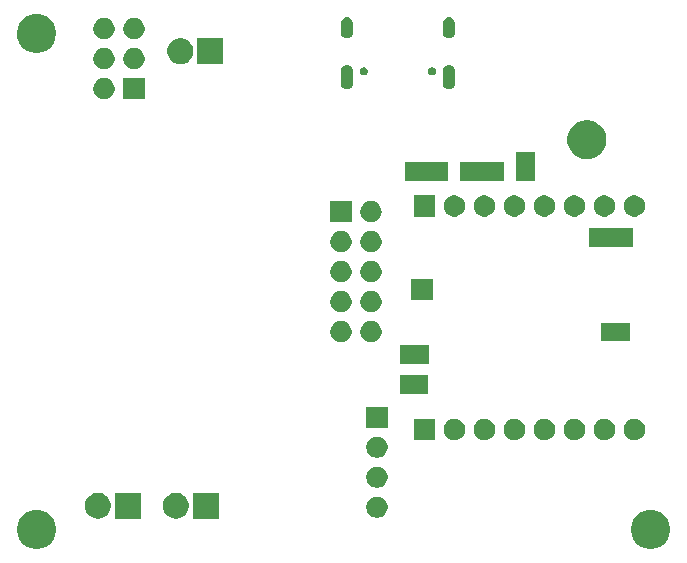
<source format=gbr>
G04 #@! TF.GenerationSoftware,KiCad,Pcbnew,(5.1.5)-2*
G04 #@! TF.CreationDate,2021-03-13T02:14:36+01:00*
G04 #@! TF.ProjectId,Versie1,56657273-6965-4312-9e6b-696361645f70,rev?*
G04 #@! TF.SameCoordinates,Original*
G04 #@! TF.FileFunction,Soldermask,Bot*
G04 #@! TF.FilePolarity,Negative*
%FSLAX46Y46*%
G04 Gerber Fmt 4.6, Leading zero omitted, Abs format (unit mm)*
G04 Created by KiCad (PCBNEW (5.1.5)-2) date 2021-03-13 02:14:36*
%MOMM*%
%LPD*%
G04 APERTURE LIST*
%ADD10C,0.100000*%
G04 APERTURE END LIST*
D10*
G36*
X115375256Y-118391298D02*
G01*
X115481579Y-118412447D01*
X115782042Y-118536903D01*
X116052451Y-118717585D01*
X116282415Y-118947549D01*
X116463097Y-119217958D01*
X116587553Y-119518421D01*
X116651000Y-119837391D01*
X116651000Y-120162609D01*
X116587553Y-120481579D01*
X116463097Y-120782042D01*
X116282415Y-121052451D01*
X116052451Y-121282415D01*
X115782042Y-121463097D01*
X115481579Y-121587553D01*
X115375256Y-121608702D01*
X115162611Y-121651000D01*
X114837389Y-121651000D01*
X114624744Y-121608702D01*
X114518421Y-121587553D01*
X114217958Y-121463097D01*
X113947549Y-121282415D01*
X113717585Y-121052451D01*
X113536903Y-120782042D01*
X113412447Y-120481579D01*
X113349000Y-120162609D01*
X113349000Y-119837391D01*
X113412447Y-119518421D01*
X113536903Y-119217958D01*
X113717585Y-118947549D01*
X113947549Y-118717585D01*
X114217958Y-118536903D01*
X114518421Y-118412447D01*
X114624744Y-118391298D01*
X114837389Y-118349000D01*
X115162611Y-118349000D01*
X115375256Y-118391298D01*
G37*
G36*
X63375256Y-118391298D02*
G01*
X63481579Y-118412447D01*
X63782042Y-118536903D01*
X64052451Y-118717585D01*
X64282415Y-118947549D01*
X64463097Y-119217958D01*
X64587553Y-119518421D01*
X64651000Y-119837391D01*
X64651000Y-120162609D01*
X64587553Y-120481579D01*
X64463097Y-120782042D01*
X64282415Y-121052451D01*
X64052451Y-121282415D01*
X63782042Y-121463097D01*
X63481579Y-121587553D01*
X63375256Y-121608702D01*
X63162611Y-121651000D01*
X62837389Y-121651000D01*
X62624744Y-121608702D01*
X62518421Y-121587553D01*
X62217958Y-121463097D01*
X61947549Y-121282415D01*
X61717585Y-121052451D01*
X61536903Y-120782042D01*
X61412447Y-120481579D01*
X61349000Y-120162609D01*
X61349000Y-119837391D01*
X61412447Y-119518421D01*
X61536903Y-119217958D01*
X61717585Y-118947549D01*
X61947549Y-118717585D01*
X62217958Y-118536903D01*
X62518421Y-118412447D01*
X62624744Y-118391298D01*
X62837389Y-118349000D01*
X63162611Y-118349000D01*
X63375256Y-118391298D01*
G37*
G36*
X78444000Y-119084000D02*
G01*
X76242000Y-119084000D01*
X76242000Y-116882000D01*
X78444000Y-116882000D01*
X78444000Y-119084000D01*
G37*
G36*
X68413795Y-116903156D02*
G01*
X68520150Y-116924311D01*
X68720520Y-117007307D01*
X68900844Y-117127795D01*
X69054205Y-117281156D01*
X69174693Y-117461480D01*
X69174693Y-117461481D01*
X69257689Y-117661850D01*
X69300000Y-117874561D01*
X69300000Y-118091439D01*
X69257689Y-118304150D01*
X69229248Y-118372812D01*
X69174693Y-118504520D01*
X69054205Y-118684844D01*
X68900844Y-118838205D01*
X68720520Y-118958693D01*
X68677829Y-118976376D01*
X68520150Y-119041689D01*
X68413794Y-119062845D01*
X68307440Y-119084000D01*
X68090560Y-119084000D01*
X67984206Y-119062845D01*
X67877850Y-119041689D01*
X67720171Y-118976376D01*
X67677480Y-118958693D01*
X67497156Y-118838205D01*
X67343795Y-118684844D01*
X67223307Y-118504520D01*
X67168752Y-118372812D01*
X67140311Y-118304150D01*
X67098000Y-118091439D01*
X67098000Y-117874561D01*
X67140311Y-117661850D01*
X67223307Y-117461481D01*
X67223307Y-117461480D01*
X67343795Y-117281156D01*
X67497156Y-117127795D01*
X67677480Y-117007307D01*
X67877850Y-116924311D01*
X67984205Y-116903156D01*
X68090560Y-116882000D01*
X68307440Y-116882000D01*
X68413795Y-116903156D01*
G37*
G36*
X71840000Y-119084000D02*
G01*
X69638000Y-119084000D01*
X69638000Y-116882000D01*
X71840000Y-116882000D01*
X71840000Y-119084000D01*
G37*
G36*
X75017795Y-116903156D02*
G01*
X75124150Y-116924311D01*
X75324520Y-117007307D01*
X75504844Y-117127795D01*
X75658205Y-117281156D01*
X75778693Y-117461480D01*
X75778693Y-117461481D01*
X75861689Y-117661850D01*
X75904000Y-117874561D01*
X75904000Y-118091439D01*
X75861689Y-118304150D01*
X75833248Y-118372812D01*
X75778693Y-118504520D01*
X75658205Y-118684844D01*
X75504844Y-118838205D01*
X75324520Y-118958693D01*
X75281829Y-118976376D01*
X75124150Y-119041689D01*
X75017794Y-119062845D01*
X74911440Y-119084000D01*
X74694560Y-119084000D01*
X74588206Y-119062845D01*
X74481850Y-119041689D01*
X74324171Y-118976376D01*
X74281480Y-118958693D01*
X74101156Y-118838205D01*
X73947795Y-118684844D01*
X73827307Y-118504520D01*
X73772752Y-118372812D01*
X73744311Y-118304150D01*
X73702000Y-118091439D01*
X73702000Y-117874561D01*
X73744311Y-117661850D01*
X73827307Y-117461481D01*
X73827307Y-117461480D01*
X73947795Y-117281156D01*
X74101156Y-117127795D01*
X74281480Y-117007307D01*
X74481850Y-116924311D01*
X74588205Y-116903156D01*
X74694560Y-116882000D01*
X74911440Y-116882000D01*
X75017795Y-116903156D01*
G37*
G36*
X91934512Y-117213927D02*
G01*
X92083812Y-117243624D01*
X92247784Y-117311544D01*
X92395354Y-117410147D01*
X92520853Y-117535646D01*
X92619456Y-117683216D01*
X92687376Y-117847188D01*
X92722000Y-118021259D01*
X92722000Y-118198741D01*
X92687376Y-118372812D01*
X92619456Y-118536784D01*
X92520853Y-118684354D01*
X92395354Y-118809853D01*
X92247784Y-118908456D01*
X92083812Y-118976376D01*
X91934512Y-119006073D01*
X91909742Y-119011000D01*
X91732258Y-119011000D01*
X91707488Y-119006073D01*
X91558188Y-118976376D01*
X91394216Y-118908456D01*
X91246646Y-118809853D01*
X91121147Y-118684354D01*
X91022544Y-118536784D01*
X90954624Y-118372812D01*
X90920000Y-118198741D01*
X90920000Y-118021259D01*
X90954624Y-117847188D01*
X91022544Y-117683216D01*
X91121147Y-117535646D01*
X91246646Y-117410147D01*
X91394216Y-117311544D01*
X91558188Y-117243624D01*
X91707488Y-117213927D01*
X91732258Y-117209000D01*
X91909742Y-117209000D01*
X91934512Y-117213927D01*
G37*
G36*
X91934512Y-114673927D02*
G01*
X92083812Y-114703624D01*
X92247784Y-114771544D01*
X92395354Y-114870147D01*
X92520853Y-114995646D01*
X92619456Y-115143216D01*
X92687376Y-115307188D01*
X92722000Y-115481259D01*
X92722000Y-115658741D01*
X92687376Y-115832812D01*
X92619456Y-115996784D01*
X92520853Y-116144354D01*
X92395354Y-116269853D01*
X92247784Y-116368456D01*
X92083812Y-116436376D01*
X91934512Y-116466073D01*
X91909742Y-116471000D01*
X91732258Y-116471000D01*
X91707488Y-116466073D01*
X91558188Y-116436376D01*
X91394216Y-116368456D01*
X91246646Y-116269853D01*
X91121147Y-116144354D01*
X91022544Y-115996784D01*
X90954624Y-115832812D01*
X90920000Y-115658741D01*
X90920000Y-115481259D01*
X90954624Y-115307188D01*
X91022544Y-115143216D01*
X91121147Y-114995646D01*
X91246646Y-114870147D01*
X91394216Y-114771544D01*
X91558188Y-114703624D01*
X91707488Y-114673927D01*
X91732258Y-114669000D01*
X91909742Y-114669000D01*
X91934512Y-114673927D01*
G37*
G36*
X91934512Y-112133927D02*
G01*
X92083812Y-112163624D01*
X92247784Y-112231544D01*
X92395354Y-112330147D01*
X92520853Y-112455646D01*
X92619456Y-112603216D01*
X92687376Y-112767188D01*
X92722000Y-112941259D01*
X92722000Y-113118741D01*
X92687376Y-113292812D01*
X92619456Y-113456784D01*
X92520853Y-113604354D01*
X92395354Y-113729853D01*
X92247784Y-113828456D01*
X92083812Y-113896376D01*
X91934512Y-113926073D01*
X91909742Y-113931000D01*
X91732258Y-113931000D01*
X91707488Y-113926073D01*
X91558188Y-113896376D01*
X91394216Y-113828456D01*
X91246646Y-113729853D01*
X91121147Y-113604354D01*
X91022544Y-113456784D01*
X90954624Y-113292812D01*
X90920000Y-113118741D01*
X90920000Y-112941259D01*
X90954624Y-112767188D01*
X91022544Y-112603216D01*
X91121147Y-112455646D01*
X91246646Y-112330147D01*
X91394216Y-112231544D01*
X91558188Y-112163624D01*
X91707488Y-112133927D01*
X91732258Y-112129000D01*
X91909742Y-112129000D01*
X91934512Y-112133927D01*
G37*
G36*
X113728512Y-110640427D02*
G01*
X113877812Y-110670124D01*
X114041784Y-110738044D01*
X114189354Y-110836647D01*
X114314853Y-110962146D01*
X114413456Y-111109716D01*
X114481376Y-111273688D01*
X114516000Y-111447759D01*
X114516000Y-111625241D01*
X114481376Y-111799312D01*
X114413456Y-111963284D01*
X114314853Y-112110854D01*
X114189354Y-112236353D01*
X114041784Y-112334956D01*
X113877812Y-112402876D01*
X113728512Y-112432573D01*
X113703742Y-112437500D01*
X113526258Y-112437500D01*
X113501488Y-112432573D01*
X113352188Y-112402876D01*
X113188216Y-112334956D01*
X113040646Y-112236353D01*
X112915147Y-112110854D01*
X112816544Y-111963284D01*
X112748624Y-111799312D01*
X112714000Y-111625241D01*
X112714000Y-111447759D01*
X112748624Y-111273688D01*
X112816544Y-111109716D01*
X112915147Y-110962146D01*
X113040646Y-110836647D01*
X113188216Y-110738044D01*
X113352188Y-110670124D01*
X113501488Y-110640427D01*
X113526258Y-110635500D01*
X113703742Y-110635500D01*
X113728512Y-110640427D01*
G37*
G36*
X111188512Y-110640427D02*
G01*
X111337812Y-110670124D01*
X111501784Y-110738044D01*
X111649354Y-110836647D01*
X111774853Y-110962146D01*
X111873456Y-111109716D01*
X111941376Y-111273688D01*
X111976000Y-111447759D01*
X111976000Y-111625241D01*
X111941376Y-111799312D01*
X111873456Y-111963284D01*
X111774853Y-112110854D01*
X111649354Y-112236353D01*
X111501784Y-112334956D01*
X111337812Y-112402876D01*
X111188512Y-112432573D01*
X111163742Y-112437500D01*
X110986258Y-112437500D01*
X110961488Y-112432573D01*
X110812188Y-112402876D01*
X110648216Y-112334956D01*
X110500646Y-112236353D01*
X110375147Y-112110854D01*
X110276544Y-111963284D01*
X110208624Y-111799312D01*
X110174000Y-111625241D01*
X110174000Y-111447759D01*
X110208624Y-111273688D01*
X110276544Y-111109716D01*
X110375147Y-110962146D01*
X110500646Y-110836647D01*
X110648216Y-110738044D01*
X110812188Y-110670124D01*
X110961488Y-110640427D01*
X110986258Y-110635500D01*
X111163742Y-110635500D01*
X111188512Y-110640427D01*
G37*
G36*
X108648512Y-110640427D02*
G01*
X108797812Y-110670124D01*
X108961784Y-110738044D01*
X109109354Y-110836647D01*
X109234853Y-110962146D01*
X109333456Y-111109716D01*
X109401376Y-111273688D01*
X109436000Y-111447759D01*
X109436000Y-111625241D01*
X109401376Y-111799312D01*
X109333456Y-111963284D01*
X109234853Y-112110854D01*
X109109354Y-112236353D01*
X108961784Y-112334956D01*
X108797812Y-112402876D01*
X108648512Y-112432573D01*
X108623742Y-112437500D01*
X108446258Y-112437500D01*
X108421488Y-112432573D01*
X108272188Y-112402876D01*
X108108216Y-112334956D01*
X107960646Y-112236353D01*
X107835147Y-112110854D01*
X107736544Y-111963284D01*
X107668624Y-111799312D01*
X107634000Y-111625241D01*
X107634000Y-111447759D01*
X107668624Y-111273688D01*
X107736544Y-111109716D01*
X107835147Y-110962146D01*
X107960646Y-110836647D01*
X108108216Y-110738044D01*
X108272188Y-110670124D01*
X108421488Y-110640427D01*
X108446258Y-110635500D01*
X108623742Y-110635500D01*
X108648512Y-110640427D01*
G37*
G36*
X106108512Y-110640427D02*
G01*
X106257812Y-110670124D01*
X106421784Y-110738044D01*
X106569354Y-110836647D01*
X106694853Y-110962146D01*
X106793456Y-111109716D01*
X106861376Y-111273688D01*
X106896000Y-111447759D01*
X106896000Y-111625241D01*
X106861376Y-111799312D01*
X106793456Y-111963284D01*
X106694853Y-112110854D01*
X106569354Y-112236353D01*
X106421784Y-112334956D01*
X106257812Y-112402876D01*
X106108512Y-112432573D01*
X106083742Y-112437500D01*
X105906258Y-112437500D01*
X105881488Y-112432573D01*
X105732188Y-112402876D01*
X105568216Y-112334956D01*
X105420646Y-112236353D01*
X105295147Y-112110854D01*
X105196544Y-111963284D01*
X105128624Y-111799312D01*
X105094000Y-111625241D01*
X105094000Y-111447759D01*
X105128624Y-111273688D01*
X105196544Y-111109716D01*
X105295147Y-110962146D01*
X105420646Y-110836647D01*
X105568216Y-110738044D01*
X105732188Y-110670124D01*
X105881488Y-110640427D01*
X105906258Y-110635500D01*
X106083742Y-110635500D01*
X106108512Y-110640427D01*
G37*
G36*
X101028512Y-110640427D02*
G01*
X101177812Y-110670124D01*
X101341784Y-110738044D01*
X101489354Y-110836647D01*
X101614853Y-110962146D01*
X101713456Y-111109716D01*
X101781376Y-111273688D01*
X101816000Y-111447759D01*
X101816000Y-111625241D01*
X101781376Y-111799312D01*
X101713456Y-111963284D01*
X101614853Y-112110854D01*
X101489354Y-112236353D01*
X101341784Y-112334956D01*
X101177812Y-112402876D01*
X101028512Y-112432573D01*
X101003742Y-112437500D01*
X100826258Y-112437500D01*
X100801488Y-112432573D01*
X100652188Y-112402876D01*
X100488216Y-112334956D01*
X100340646Y-112236353D01*
X100215147Y-112110854D01*
X100116544Y-111963284D01*
X100048624Y-111799312D01*
X100014000Y-111625241D01*
X100014000Y-111447759D01*
X100048624Y-111273688D01*
X100116544Y-111109716D01*
X100215147Y-110962146D01*
X100340646Y-110836647D01*
X100488216Y-110738044D01*
X100652188Y-110670124D01*
X100801488Y-110640427D01*
X100826258Y-110635500D01*
X101003742Y-110635500D01*
X101028512Y-110640427D01*
G37*
G36*
X98488512Y-110640427D02*
G01*
X98637812Y-110670124D01*
X98801784Y-110738044D01*
X98949354Y-110836647D01*
X99074853Y-110962146D01*
X99173456Y-111109716D01*
X99241376Y-111273688D01*
X99276000Y-111447759D01*
X99276000Y-111625241D01*
X99241376Y-111799312D01*
X99173456Y-111963284D01*
X99074853Y-112110854D01*
X98949354Y-112236353D01*
X98801784Y-112334956D01*
X98637812Y-112402876D01*
X98488512Y-112432573D01*
X98463742Y-112437500D01*
X98286258Y-112437500D01*
X98261488Y-112432573D01*
X98112188Y-112402876D01*
X97948216Y-112334956D01*
X97800646Y-112236353D01*
X97675147Y-112110854D01*
X97576544Y-111963284D01*
X97508624Y-111799312D01*
X97474000Y-111625241D01*
X97474000Y-111447759D01*
X97508624Y-111273688D01*
X97576544Y-111109716D01*
X97675147Y-110962146D01*
X97800646Y-110836647D01*
X97948216Y-110738044D01*
X98112188Y-110670124D01*
X98261488Y-110640427D01*
X98286258Y-110635500D01*
X98463742Y-110635500D01*
X98488512Y-110640427D01*
G37*
G36*
X96736000Y-112437500D02*
G01*
X94934000Y-112437500D01*
X94934000Y-110635500D01*
X96736000Y-110635500D01*
X96736000Y-112437500D01*
G37*
G36*
X103568512Y-110640427D02*
G01*
X103717812Y-110670124D01*
X103881784Y-110738044D01*
X104029354Y-110836647D01*
X104154853Y-110962146D01*
X104253456Y-111109716D01*
X104321376Y-111273688D01*
X104356000Y-111447759D01*
X104356000Y-111625241D01*
X104321376Y-111799312D01*
X104253456Y-111963284D01*
X104154853Y-112110854D01*
X104029354Y-112236353D01*
X103881784Y-112334956D01*
X103717812Y-112402876D01*
X103568512Y-112432573D01*
X103543742Y-112437500D01*
X103366258Y-112437500D01*
X103341488Y-112432573D01*
X103192188Y-112402876D01*
X103028216Y-112334956D01*
X102880646Y-112236353D01*
X102755147Y-112110854D01*
X102656544Y-111963284D01*
X102588624Y-111799312D01*
X102554000Y-111625241D01*
X102554000Y-111447759D01*
X102588624Y-111273688D01*
X102656544Y-111109716D01*
X102755147Y-110962146D01*
X102880646Y-110836647D01*
X103028216Y-110738044D01*
X103192188Y-110670124D01*
X103341488Y-110640427D01*
X103366258Y-110635500D01*
X103543742Y-110635500D01*
X103568512Y-110640427D01*
G37*
G36*
X92722000Y-111391000D02*
G01*
X90920000Y-111391000D01*
X90920000Y-109589000D01*
X92722000Y-109589000D01*
X92722000Y-111391000D01*
G37*
G36*
X96182000Y-108497000D02*
G01*
X93780000Y-108497000D01*
X93780000Y-106895000D01*
X96182000Y-106895000D01*
X96182000Y-108497000D01*
G37*
G36*
X96197000Y-105957000D02*
G01*
X93795000Y-105957000D01*
X93795000Y-104355000D01*
X96197000Y-104355000D01*
X96197000Y-105957000D01*
G37*
G36*
X91426512Y-102354927D02*
G01*
X91575812Y-102384624D01*
X91739784Y-102452544D01*
X91887354Y-102551147D01*
X92012853Y-102676646D01*
X92111456Y-102824216D01*
X92179376Y-102988188D01*
X92214000Y-103162259D01*
X92214000Y-103339741D01*
X92179376Y-103513812D01*
X92111456Y-103677784D01*
X92012853Y-103825354D01*
X91887354Y-103950853D01*
X91739784Y-104049456D01*
X91575812Y-104117376D01*
X91426512Y-104147073D01*
X91401742Y-104152000D01*
X91224258Y-104152000D01*
X91199488Y-104147073D01*
X91050188Y-104117376D01*
X90886216Y-104049456D01*
X90738646Y-103950853D01*
X90613147Y-103825354D01*
X90514544Y-103677784D01*
X90446624Y-103513812D01*
X90412000Y-103339741D01*
X90412000Y-103162259D01*
X90446624Y-102988188D01*
X90514544Y-102824216D01*
X90613147Y-102676646D01*
X90738646Y-102551147D01*
X90886216Y-102452544D01*
X91050188Y-102384624D01*
X91199488Y-102354927D01*
X91224258Y-102350000D01*
X91401742Y-102350000D01*
X91426512Y-102354927D01*
G37*
G36*
X88886512Y-102354927D02*
G01*
X89035812Y-102384624D01*
X89199784Y-102452544D01*
X89347354Y-102551147D01*
X89472853Y-102676646D01*
X89571456Y-102824216D01*
X89639376Y-102988188D01*
X89674000Y-103162259D01*
X89674000Y-103339741D01*
X89639376Y-103513812D01*
X89571456Y-103677784D01*
X89472853Y-103825354D01*
X89347354Y-103950853D01*
X89199784Y-104049456D01*
X89035812Y-104117376D01*
X88886512Y-104147073D01*
X88861742Y-104152000D01*
X88684258Y-104152000D01*
X88659488Y-104147073D01*
X88510188Y-104117376D01*
X88346216Y-104049456D01*
X88198646Y-103950853D01*
X88073147Y-103825354D01*
X87974544Y-103677784D01*
X87906624Y-103513812D01*
X87872000Y-103339741D01*
X87872000Y-103162259D01*
X87906624Y-102988188D01*
X87974544Y-102824216D01*
X88073147Y-102676646D01*
X88198646Y-102551147D01*
X88346216Y-102452544D01*
X88510188Y-102384624D01*
X88659488Y-102354927D01*
X88684258Y-102350000D01*
X88861742Y-102350000D01*
X88886512Y-102354927D01*
G37*
G36*
X113215000Y-104082500D02*
G01*
X110813000Y-104082500D01*
X110813000Y-102480500D01*
X113215000Y-102480500D01*
X113215000Y-104082500D01*
G37*
G36*
X91426512Y-99814927D02*
G01*
X91575812Y-99844624D01*
X91739784Y-99912544D01*
X91887354Y-100011147D01*
X92012853Y-100136646D01*
X92111456Y-100284216D01*
X92179376Y-100448188D01*
X92214000Y-100622259D01*
X92214000Y-100799741D01*
X92179376Y-100973812D01*
X92111456Y-101137784D01*
X92012853Y-101285354D01*
X91887354Y-101410853D01*
X91739784Y-101509456D01*
X91575812Y-101577376D01*
X91426512Y-101607073D01*
X91401742Y-101612000D01*
X91224258Y-101612000D01*
X91199488Y-101607073D01*
X91050188Y-101577376D01*
X90886216Y-101509456D01*
X90738646Y-101410853D01*
X90613147Y-101285354D01*
X90514544Y-101137784D01*
X90446624Y-100973812D01*
X90412000Y-100799741D01*
X90412000Y-100622259D01*
X90446624Y-100448188D01*
X90514544Y-100284216D01*
X90613147Y-100136646D01*
X90738646Y-100011147D01*
X90886216Y-99912544D01*
X91050188Y-99844624D01*
X91199488Y-99814927D01*
X91224258Y-99810000D01*
X91401742Y-99810000D01*
X91426512Y-99814927D01*
G37*
G36*
X88886512Y-99814927D02*
G01*
X89035812Y-99844624D01*
X89199784Y-99912544D01*
X89347354Y-100011147D01*
X89472853Y-100136646D01*
X89571456Y-100284216D01*
X89639376Y-100448188D01*
X89674000Y-100622259D01*
X89674000Y-100799741D01*
X89639376Y-100973812D01*
X89571456Y-101137784D01*
X89472853Y-101285354D01*
X89347354Y-101410853D01*
X89199784Y-101509456D01*
X89035812Y-101577376D01*
X88886512Y-101607073D01*
X88861742Y-101612000D01*
X88684258Y-101612000D01*
X88659488Y-101607073D01*
X88510188Y-101577376D01*
X88346216Y-101509456D01*
X88198646Y-101410853D01*
X88073147Y-101285354D01*
X87974544Y-101137784D01*
X87906624Y-100973812D01*
X87872000Y-100799741D01*
X87872000Y-100622259D01*
X87906624Y-100448188D01*
X87974544Y-100284216D01*
X88073147Y-100136646D01*
X88198646Y-100011147D01*
X88346216Y-99912544D01*
X88510188Y-99844624D01*
X88659488Y-99814927D01*
X88684258Y-99810000D01*
X88861742Y-99810000D01*
X88886512Y-99814927D01*
G37*
G36*
X96532000Y-100596000D02*
G01*
X94730000Y-100596000D01*
X94730000Y-98794000D01*
X96532000Y-98794000D01*
X96532000Y-100596000D01*
G37*
G36*
X88886512Y-97274927D02*
G01*
X89035812Y-97304624D01*
X89199784Y-97372544D01*
X89347354Y-97471147D01*
X89472853Y-97596646D01*
X89571456Y-97744216D01*
X89639376Y-97908188D01*
X89674000Y-98082259D01*
X89674000Y-98259741D01*
X89639376Y-98433812D01*
X89571456Y-98597784D01*
X89472853Y-98745354D01*
X89347354Y-98870853D01*
X89199784Y-98969456D01*
X89035812Y-99037376D01*
X88886512Y-99067073D01*
X88861742Y-99072000D01*
X88684258Y-99072000D01*
X88659488Y-99067073D01*
X88510188Y-99037376D01*
X88346216Y-98969456D01*
X88198646Y-98870853D01*
X88073147Y-98745354D01*
X87974544Y-98597784D01*
X87906624Y-98433812D01*
X87872000Y-98259741D01*
X87872000Y-98082259D01*
X87906624Y-97908188D01*
X87974544Y-97744216D01*
X88073147Y-97596646D01*
X88198646Y-97471147D01*
X88346216Y-97372544D01*
X88510188Y-97304624D01*
X88659488Y-97274927D01*
X88684258Y-97270000D01*
X88861742Y-97270000D01*
X88886512Y-97274927D01*
G37*
G36*
X91426512Y-97274927D02*
G01*
X91575812Y-97304624D01*
X91739784Y-97372544D01*
X91887354Y-97471147D01*
X92012853Y-97596646D01*
X92111456Y-97744216D01*
X92179376Y-97908188D01*
X92214000Y-98082259D01*
X92214000Y-98259741D01*
X92179376Y-98433812D01*
X92111456Y-98597784D01*
X92012853Y-98745354D01*
X91887354Y-98870853D01*
X91739784Y-98969456D01*
X91575812Y-99037376D01*
X91426512Y-99067073D01*
X91401742Y-99072000D01*
X91224258Y-99072000D01*
X91199488Y-99067073D01*
X91050188Y-99037376D01*
X90886216Y-98969456D01*
X90738646Y-98870853D01*
X90613147Y-98745354D01*
X90514544Y-98597784D01*
X90446624Y-98433812D01*
X90412000Y-98259741D01*
X90412000Y-98082259D01*
X90446624Y-97908188D01*
X90514544Y-97744216D01*
X90613147Y-97596646D01*
X90738646Y-97471147D01*
X90886216Y-97372544D01*
X91050188Y-97304624D01*
X91199488Y-97274927D01*
X91224258Y-97270000D01*
X91401742Y-97270000D01*
X91426512Y-97274927D01*
G37*
G36*
X91426512Y-94734927D02*
G01*
X91575812Y-94764624D01*
X91739784Y-94832544D01*
X91887354Y-94931147D01*
X92012853Y-95056646D01*
X92111456Y-95204216D01*
X92179376Y-95368188D01*
X92214000Y-95542259D01*
X92214000Y-95719741D01*
X92179376Y-95893812D01*
X92111456Y-96057784D01*
X92012853Y-96205354D01*
X91887354Y-96330853D01*
X91739784Y-96429456D01*
X91575812Y-96497376D01*
X91426512Y-96527073D01*
X91401742Y-96532000D01*
X91224258Y-96532000D01*
X91199488Y-96527073D01*
X91050188Y-96497376D01*
X90886216Y-96429456D01*
X90738646Y-96330853D01*
X90613147Y-96205354D01*
X90514544Y-96057784D01*
X90446624Y-95893812D01*
X90412000Y-95719741D01*
X90412000Y-95542259D01*
X90446624Y-95368188D01*
X90514544Y-95204216D01*
X90613147Y-95056646D01*
X90738646Y-94931147D01*
X90886216Y-94832544D01*
X91050188Y-94764624D01*
X91199488Y-94734927D01*
X91224258Y-94730000D01*
X91401742Y-94730000D01*
X91426512Y-94734927D01*
G37*
G36*
X88886512Y-94734927D02*
G01*
X89035812Y-94764624D01*
X89199784Y-94832544D01*
X89347354Y-94931147D01*
X89472853Y-95056646D01*
X89571456Y-95204216D01*
X89639376Y-95368188D01*
X89674000Y-95542259D01*
X89674000Y-95719741D01*
X89639376Y-95893812D01*
X89571456Y-96057784D01*
X89472853Y-96205354D01*
X89347354Y-96330853D01*
X89199784Y-96429456D01*
X89035812Y-96497376D01*
X88886512Y-96527073D01*
X88861742Y-96532000D01*
X88684258Y-96532000D01*
X88659488Y-96527073D01*
X88510188Y-96497376D01*
X88346216Y-96429456D01*
X88198646Y-96330853D01*
X88073147Y-96205354D01*
X87974544Y-96057784D01*
X87906624Y-95893812D01*
X87872000Y-95719741D01*
X87872000Y-95542259D01*
X87906624Y-95368188D01*
X87974544Y-95204216D01*
X88073147Y-95056646D01*
X88198646Y-94931147D01*
X88346216Y-94832544D01*
X88510188Y-94764624D01*
X88659488Y-94734927D01*
X88684258Y-94730000D01*
X88861742Y-94730000D01*
X88886512Y-94734927D01*
G37*
G36*
X113514000Y-96051000D02*
G01*
X109812000Y-96051000D01*
X109812000Y-94449000D01*
X113514000Y-94449000D01*
X113514000Y-96051000D01*
G37*
G36*
X89674000Y-93992000D02*
G01*
X87872000Y-93992000D01*
X87872000Y-92190000D01*
X89674000Y-92190000D01*
X89674000Y-93992000D01*
G37*
G36*
X91426512Y-92194927D02*
G01*
X91575812Y-92224624D01*
X91739784Y-92292544D01*
X91887354Y-92391147D01*
X92012853Y-92516646D01*
X92111456Y-92664216D01*
X92179376Y-92828188D01*
X92209073Y-92977488D01*
X92214000Y-93002258D01*
X92214000Y-93179742D01*
X92212386Y-93187854D01*
X92179376Y-93353812D01*
X92111456Y-93517784D01*
X92012853Y-93665354D01*
X91887354Y-93790853D01*
X91739784Y-93889456D01*
X91575812Y-93957376D01*
X91426512Y-93987073D01*
X91401742Y-93992000D01*
X91224258Y-93992000D01*
X91199488Y-93987073D01*
X91050188Y-93957376D01*
X90886216Y-93889456D01*
X90738646Y-93790853D01*
X90613147Y-93665354D01*
X90514544Y-93517784D01*
X90446624Y-93353812D01*
X90413614Y-93187854D01*
X90412000Y-93179742D01*
X90412000Y-93002258D01*
X90416927Y-92977488D01*
X90446624Y-92828188D01*
X90514544Y-92664216D01*
X90613147Y-92516646D01*
X90738646Y-92391147D01*
X90886216Y-92292544D01*
X91050188Y-92224624D01*
X91199488Y-92194927D01*
X91224258Y-92190000D01*
X91401742Y-92190000D01*
X91426512Y-92194927D01*
G37*
G36*
X108648512Y-91717427D02*
G01*
X108797812Y-91747124D01*
X108961784Y-91815044D01*
X109109354Y-91913647D01*
X109234853Y-92039146D01*
X109333456Y-92186716D01*
X109401376Y-92350688D01*
X109431073Y-92499988D01*
X109434387Y-92516647D01*
X109436000Y-92524759D01*
X109436000Y-92702241D01*
X109401376Y-92876312D01*
X109333456Y-93040284D01*
X109234853Y-93187854D01*
X109109354Y-93313353D01*
X108961784Y-93411956D01*
X108797812Y-93479876D01*
X108648512Y-93509573D01*
X108623742Y-93514500D01*
X108446258Y-93514500D01*
X108421488Y-93509573D01*
X108272188Y-93479876D01*
X108108216Y-93411956D01*
X107960646Y-93313353D01*
X107835147Y-93187854D01*
X107736544Y-93040284D01*
X107668624Y-92876312D01*
X107634000Y-92702241D01*
X107634000Y-92524759D01*
X107635614Y-92516647D01*
X107638927Y-92499988D01*
X107668624Y-92350688D01*
X107736544Y-92186716D01*
X107835147Y-92039146D01*
X107960646Y-91913647D01*
X108108216Y-91815044D01*
X108272188Y-91747124D01*
X108421488Y-91717427D01*
X108446258Y-91712500D01*
X108623742Y-91712500D01*
X108648512Y-91717427D01*
G37*
G36*
X96736000Y-93514500D02*
G01*
X94934000Y-93514500D01*
X94934000Y-91712500D01*
X96736000Y-91712500D01*
X96736000Y-93514500D01*
G37*
G36*
X98488512Y-91717427D02*
G01*
X98637812Y-91747124D01*
X98801784Y-91815044D01*
X98949354Y-91913647D01*
X99074853Y-92039146D01*
X99173456Y-92186716D01*
X99241376Y-92350688D01*
X99271073Y-92499988D01*
X99274387Y-92516647D01*
X99276000Y-92524759D01*
X99276000Y-92702241D01*
X99241376Y-92876312D01*
X99173456Y-93040284D01*
X99074853Y-93187854D01*
X98949354Y-93313353D01*
X98801784Y-93411956D01*
X98637812Y-93479876D01*
X98488512Y-93509573D01*
X98463742Y-93514500D01*
X98286258Y-93514500D01*
X98261488Y-93509573D01*
X98112188Y-93479876D01*
X97948216Y-93411956D01*
X97800646Y-93313353D01*
X97675147Y-93187854D01*
X97576544Y-93040284D01*
X97508624Y-92876312D01*
X97474000Y-92702241D01*
X97474000Y-92524759D01*
X97475614Y-92516647D01*
X97478927Y-92499988D01*
X97508624Y-92350688D01*
X97576544Y-92186716D01*
X97675147Y-92039146D01*
X97800646Y-91913647D01*
X97948216Y-91815044D01*
X98112188Y-91747124D01*
X98261488Y-91717427D01*
X98286258Y-91712500D01*
X98463742Y-91712500D01*
X98488512Y-91717427D01*
G37*
G36*
X113728512Y-91717427D02*
G01*
X113877812Y-91747124D01*
X114041784Y-91815044D01*
X114189354Y-91913647D01*
X114314853Y-92039146D01*
X114413456Y-92186716D01*
X114481376Y-92350688D01*
X114511073Y-92499988D01*
X114514387Y-92516647D01*
X114516000Y-92524759D01*
X114516000Y-92702241D01*
X114481376Y-92876312D01*
X114413456Y-93040284D01*
X114314853Y-93187854D01*
X114189354Y-93313353D01*
X114041784Y-93411956D01*
X113877812Y-93479876D01*
X113728512Y-93509573D01*
X113703742Y-93514500D01*
X113526258Y-93514500D01*
X113501488Y-93509573D01*
X113352188Y-93479876D01*
X113188216Y-93411956D01*
X113040646Y-93313353D01*
X112915147Y-93187854D01*
X112816544Y-93040284D01*
X112748624Y-92876312D01*
X112714000Y-92702241D01*
X112714000Y-92524759D01*
X112715614Y-92516647D01*
X112718927Y-92499988D01*
X112748624Y-92350688D01*
X112816544Y-92186716D01*
X112915147Y-92039146D01*
X113040646Y-91913647D01*
X113188216Y-91815044D01*
X113352188Y-91747124D01*
X113501488Y-91717427D01*
X113526258Y-91712500D01*
X113703742Y-91712500D01*
X113728512Y-91717427D01*
G37*
G36*
X111188512Y-91717427D02*
G01*
X111337812Y-91747124D01*
X111501784Y-91815044D01*
X111649354Y-91913647D01*
X111774853Y-92039146D01*
X111873456Y-92186716D01*
X111941376Y-92350688D01*
X111971073Y-92499988D01*
X111974387Y-92516647D01*
X111976000Y-92524759D01*
X111976000Y-92702241D01*
X111941376Y-92876312D01*
X111873456Y-93040284D01*
X111774853Y-93187854D01*
X111649354Y-93313353D01*
X111501784Y-93411956D01*
X111337812Y-93479876D01*
X111188512Y-93509573D01*
X111163742Y-93514500D01*
X110986258Y-93514500D01*
X110961488Y-93509573D01*
X110812188Y-93479876D01*
X110648216Y-93411956D01*
X110500646Y-93313353D01*
X110375147Y-93187854D01*
X110276544Y-93040284D01*
X110208624Y-92876312D01*
X110174000Y-92702241D01*
X110174000Y-92524759D01*
X110175614Y-92516647D01*
X110178927Y-92499988D01*
X110208624Y-92350688D01*
X110276544Y-92186716D01*
X110375147Y-92039146D01*
X110500646Y-91913647D01*
X110648216Y-91815044D01*
X110812188Y-91747124D01*
X110961488Y-91717427D01*
X110986258Y-91712500D01*
X111163742Y-91712500D01*
X111188512Y-91717427D01*
G37*
G36*
X106108512Y-91717427D02*
G01*
X106257812Y-91747124D01*
X106421784Y-91815044D01*
X106569354Y-91913647D01*
X106694853Y-92039146D01*
X106793456Y-92186716D01*
X106861376Y-92350688D01*
X106891073Y-92499988D01*
X106894387Y-92516647D01*
X106896000Y-92524759D01*
X106896000Y-92702241D01*
X106861376Y-92876312D01*
X106793456Y-93040284D01*
X106694853Y-93187854D01*
X106569354Y-93313353D01*
X106421784Y-93411956D01*
X106257812Y-93479876D01*
X106108512Y-93509573D01*
X106083742Y-93514500D01*
X105906258Y-93514500D01*
X105881488Y-93509573D01*
X105732188Y-93479876D01*
X105568216Y-93411956D01*
X105420646Y-93313353D01*
X105295147Y-93187854D01*
X105196544Y-93040284D01*
X105128624Y-92876312D01*
X105094000Y-92702241D01*
X105094000Y-92524759D01*
X105095614Y-92516647D01*
X105098927Y-92499988D01*
X105128624Y-92350688D01*
X105196544Y-92186716D01*
X105295147Y-92039146D01*
X105420646Y-91913647D01*
X105568216Y-91815044D01*
X105732188Y-91747124D01*
X105881488Y-91717427D01*
X105906258Y-91712500D01*
X106083742Y-91712500D01*
X106108512Y-91717427D01*
G37*
G36*
X103568512Y-91717427D02*
G01*
X103717812Y-91747124D01*
X103881784Y-91815044D01*
X104029354Y-91913647D01*
X104154853Y-92039146D01*
X104253456Y-92186716D01*
X104321376Y-92350688D01*
X104351073Y-92499988D01*
X104354387Y-92516647D01*
X104356000Y-92524759D01*
X104356000Y-92702241D01*
X104321376Y-92876312D01*
X104253456Y-93040284D01*
X104154853Y-93187854D01*
X104029354Y-93313353D01*
X103881784Y-93411956D01*
X103717812Y-93479876D01*
X103568512Y-93509573D01*
X103543742Y-93514500D01*
X103366258Y-93514500D01*
X103341488Y-93509573D01*
X103192188Y-93479876D01*
X103028216Y-93411956D01*
X102880646Y-93313353D01*
X102755147Y-93187854D01*
X102656544Y-93040284D01*
X102588624Y-92876312D01*
X102554000Y-92702241D01*
X102554000Y-92524759D01*
X102555614Y-92516647D01*
X102558927Y-92499988D01*
X102588624Y-92350688D01*
X102656544Y-92186716D01*
X102755147Y-92039146D01*
X102880646Y-91913647D01*
X103028216Y-91815044D01*
X103192188Y-91747124D01*
X103341488Y-91717427D01*
X103366258Y-91712500D01*
X103543742Y-91712500D01*
X103568512Y-91717427D01*
G37*
G36*
X101028512Y-91717427D02*
G01*
X101177812Y-91747124D01*
X101341784Y-91815044D01*
X101489354Y-91913647D01*
X101614853Y-92039146D01*
X101713456Y-92186716D01*
X101781376Y-92350688D01*
X101811073Y-92499988D01*
X101814387Y-92516647D01*
X101816000Y-92524759D01*
X101816000Y-92702241D01*
X101781376Y-92876312D01*
X101713456Y-93040284D01*
X101614853Y-93187854D01*
X101489354Y-93313353D01*
X101341784Y-93411956D01*
X101177812Y-93479876D01*
X101028512Y-93509573D01*
X101003742Y-93514500D01*
X100826258Y-93514500D01*
X100801488Y-93509573D01*
X100652188Y-93479876D01*
X100488216Y-93411956D01*
X100340646Y-93313353D01*
X100215147Y-93187854D01*
X100116544Y-93040284D01*
X100048624Y-92876312D01*
X100014000Y-92702241D01*
X100014000Y-92524759D01*
X100015614Y-92516647D01*
X100018927Y-92499988D01*
X100048624Y-92350688D01*
X100116544Y-92186716D01*
X100215147Y-92039146D01*
X100340646Y-91913647D01*
X100488216Y-91815044D01*
X100652188Y-91747124D01*
X100801488Y-91717427D01*
X100826258Y-91712500D01*
X101003742Y-91712500D01*
X101028512Y-91717427D01*
G37*
G36*
X105195000Y-90482000D02*
G01*
X103593000Y-90482000D01*
X103593000Y-88080000D01*
X105195000Y-88080000D01*
X105195000Y-90482000D01*
G37*
G36*
X102592000Y-90463000D02*
G01*
X98890000Y-90463000D01*
X98890000Y-88861000D01*
X102592000Y-88861000D01*
X102592000Y-90463000D01*
G37*
G36*
X97863000Y-90463000D02*
G01*
X94161000Y-90463000D01*
X94161000Y-88861000D01*
X97863000Y-88861000D01*
X97863000Y-90463000D01*
G37*
G36*
X109976256Y-85386298D02*
G01*
X110082579Y-85407447D01*
X110383042Y-85531903D01*
X110653451Y-85712585D01*
X110883415Y-85942549D01*
X111064097Y-86212958D01*
X111188553Y-86513421D01*
X111252000Y-86832391D01*
X111252000Y-87157609D01*
X111188553Y-87476579D01*
X111064097Y-87777042D01*
X110883415Y-88047451D01*
X110653451Y-88277415D01*
X110383042Y-88458097D01*
X110082579Y-88582553D01*
X109976256Y-88603702D01*
X109763611Y-88646000D01*
X109438389Y-88646000D01*
X109225744Y-88603702D01*
X109119421Y-88582553D01*
X108818958Y-88458097D01*
X108548549Y-88277415D01*
X108318585Y-88047451D01*
X108137903Y-87777042D01*
X108013447Y-87476579D01*
X107950000Y-87157609D01*
X107950000Y-86832391D01*
X108013447Y-86513421D01*
X108137903Y-86212958D01*
X108318585Y-85942549D01*
X108548549Y-85712585D01*
X108818958Y-85531903D01*
X109119421Y-85407447D01*
X109225744Y-85386298D01*
X109438389Y-85344000D01*
X109763611Y-85344000D01*
X109976256Y-85386298D01*
G37*
G36*
X72148000Y-83578000D02*
G01*
X70346000Y-83578000D01*
X70346000Y-81776000D01*
X72148000Y-81776000D01*
X72148000Y-83578000D01*
G37*
G36*
X68820512Y-81780927D02*
G01*
X68969812Y-81810624D01*
X69133784Y-81878544D01*
X69281354Y-81977147D01*
X69406853Y-82102646D01*
X69505456Y-82250216D01*
X69573376Y-82414188D01*
X69608000Y-82588259D01*
X69608000Y-82765741D01*
X69573376Y-82939812D01*
X69505456Y-83103784D01*
X69406853Y-83251354D01*
X69281354Y-83376853D01*
X69133784Y-83475456D01*
X68969812Y-83543376D01*
X68820512Y-83573073D01*
X68795742Y-83578000D01*
X68618258Y-83578000D01*
X68593488Y-83573073D01*
X68444188Y-83543376D01*
X68280216Y-83475456D01*
X68132646Y-83376853D01*
X68007147Y-83251354D01*
X67908544Y-83103784D01*
X67840624Y-82939812D01*
X67806000Y-82765741D01*
X67806000Y-82588259D01*
X67840624Y-82414188D01*
X67908544Y-82250216D01*
X68007147Y-82102646D01*
X68132646Y-81977147D01*
X68280216Y-81878544D01*
X68444188Y-81810624D01*
X68593488Y-81780927D01*
X68618258Y-81776000D01*
X68795742Y-81776000D01*
X68820512Y-81780927D01*
G37*
G36*
X89377213Y-80642249D02*
G01*
X89471652Y-80670897D01*
X89558687Y-80717418D01*
X89634975Y-80780025D01*
X89697582Y-80856313D01*
X89744103Y-80943348D01*
X89772751Y-81037787D01*
X89780000Y-81111388D01*
X89780000Y-82260612D01*
X89772751Y-82334213D01*
X89744103Y-82428652D01*
X89697582Y-82515687D01*
X89634975Y-82591975D01*
X89558687Y-82654582D01*
X89471651Y-82701103D01*
X89377212Y-82729751D01*
X89279000Y-82739424D01*
X89180787Y-82729751D01*
X89086348Y-82701103D01*
X88999313Y-82654582D01*
X88923025Y-82591975D01*
X88860418Y-82515687D01*
X88813897Y-82428651D01*
X88785249Y-82334212D01*
X88778000Y-82260611D01*
X88778001Y-81111388D01*
X88785250Y-81037787D01*
X88813898Y-80943348D01*
X88860419Y-80856313D01*
X88923026Y-80780025D01*
X88999314Y-80717418D01*
X89086349Y-80670897D01*
X89180788Y-80642249D01*
X89279000Y-80632576D01*
X89377213Y-80642249D01*
G37*
G36*
X98017213Y-80642249D02*
G01*
X98111652Y-80670897D01*
X98198687Y-80717418D01*
X98274975Y-80780025D01*
X98337582Y-80856313D01*
X98384103Y-80943348D01*
X98412751Y-81037787D01*
X98420000Y-81111388D01*
X98420000Y-82260612D01*
X98412751Y-82334213D01*
X98384103Y-82428652D01*
X98337582Y-82515687D01*
X98274975Y-82591975D01*
X98198687Y-82654582D01*
X98111651Y-82701103D01*
X98017212Y-82729751D01*
X97919000Y-82739424D01*
X97820787Y-82729751D01*
X97726348Y-82701103D01*
X97639313Y-82654582D01*
X97563025Y-82591975D01*
X97500418Y-82515687D01*
X97453897Y-82428651D01*
X97425249Y-82334212D01*
X97418000Y-82260611D01*
X97418001Y-81111388D01*
X97425250Y-81037787D01*
X97453898Y-80943348D01*
X97500419Y-80856313D01*
X97563026Y-80780025D01*
X97639314Y-80717418D01*
X97726349Y-80670897D01*
X97820788Y-80642249D01*
X97919000Y-80632576D01*
X98017213Y-80642249D01*
G37*
G36*
X90811383Y-80868489D02*
G01*
X90811386Y-80868490D01*
X90811385Y-80868490D01*
X90875258Y-80894946D01*
X90932748Y-80933360D01*
X90981640Y-80982252D01*
X91020054Y-81039742D01*
X91041624Y-81091818D01*
X91046511Y-81103617D01*
X91060000Y-81171430D01*
X91060000Y-81240570D01*
X91046511Y-81308383D01*
X91046510Y-81308385D01*
X91020054Y-81372258D01*
X90981640Y-81429748D01*
X90932748Y-81478640D01*
X90875258Y-81517054D01*
X90823182Y-81538624D01*
X90811383Y-81543511D01*
X90743570Y-81557000D01*
X90674430Y-81557000D01*
X90606617Y-81543511D01*
X90594818Y-81538624D01*
X90542742Y-81517054D01*
X90485252Y-81478640D01*
X90436360Y-81429748D01*
X90397946Y-81372258D01*
X90371490Y-81308385D01*
X90371489Y-81308383D01*
X90358000Y-81240570D01*
X90358000Y-81171430D01*
X90371489Y-81103617D01*
X90376376Y-81091818D01*
X90397946Y-81039742D01*
X90436360Y-80982252D01*
X90485252Y-80933360D01*
X90542742Y-80894946D01*
X90606615Y-80868490D01*
X90606614Y-80868490D01*
X90606617Y-80868489D01*
X90674430Y-80855000D01*
X90743570Y-80855000D01*
X90811383Y-80868489D01*
G37*
G36*
X96591383Y-80868489D02*
G01*
X96591386Y-80868490D01*
X96591385Y-80868490D01*
X96655258Y-80894946D01*
X96712748Y-80933360D01*
X96761640Y-80982252D01*
X96800054Y-81039742D01*
X96821624Y-81091818D01*
X96826511Y-81103617D01*
X96840000Y-81171430D01*
X96840000Y-81240570D01*
X96826511Y-81308383D01*
X96826510Y-81308385D01*
X96800054Y-81372258D01*
X96761640Y-81429748D01*
X96712748Y-81478640D01*
X96655258Y-81517054D01*
X96603182Y-81538624D01*
X96591383Y-81543511D01*
X96523570Y-81557000D01*
X96454430Y-81557000D01*
X96386617Y-81543511D01*
X96374818Y-81538624D01*
X96322742Y-81517054D01*
X96265252Y-81478640D01*
X96216360Y-81429748D01*
X96177946Y-81372258D01*
X96151490Y-81308385D01*
X96151489Y-81308383D01*
X96138000Y-81240570D01*
X96138000Y-81171430D01*
X96151489Y-81103617D01*
X96156376Y-81091818D01*
X96177946Y-81039742D01*
X96216360Y-80982252D01*
X96265252Y-80933360D01*
X96322742Y-80894946D01*
X96386615Y-80868490D01*
X96386614Y-80868490D01*
X96386617Y-80868489D01*
X96454430Y-80855000D01*
X96523570Y-80855000D01*
X96591383Y-80868489D01*
G37*
G36*
X71360512Y-79240927D02*
G01*
X71509812Y-79270624D01*
X71673784Y-79338544D01*
X71821354Y-79437147D01*
X71946853Y-79562646D01*
X72045456Y-79710216D01*
X72113376Y-79874188D01*
X72148000Y-80048259D01*
X72148000Y-80225741D01*
X72113376Y-80399812D01*
X72045456Y-80563784D01*
X71946853Y-80711354D01*
X71821354Y-80836853D01*
X71673784Y-80935456D01*
X71509812Y-81003376D01*
X71360512Y-81033073D01*
X71335742Y-81038000D01*
X71158258Y-81038000D01*
X71133488Y-81033073D01*
X70984188Y-81003376D01*
X70820216Y-80935456D01*
X70672646Y-80836853D01*
X70547147Y-80711354D01*
X70448544Y-80563784D01*
X70380624Y-80399812D01*
X70346000Y-80225741D01*
X70346000Y-80048259D01*
X70380624Y-79874188D01*
X70448544Y-79710216D01*
X70547147Y-79562646D01*
X70672646Y-79437147D01*
X70820216Y-79338544D01*
X70984188Y-79270624D01*
X71133488Y-79240927D01*
X71158258Y-79236000D01*
X71335742Y-79236000D01*
X71360512Y-79240927D01*
G37*
G36*
X68820512Y-79240927D02*
G01*
X68969812Y-79270624D01*
X69133784Y-79338544D01*
X69281354Y-79437147D01*
X69406853Y-79562646D01*
X69505456Y-79710216D01*
X69573376Y-79874188D01*
X69608000Y-80048259D01*
X69608000Y-80225741D01*
X69573376Y-80399812D01*
X69505456Y-80563784D01*
X69406853Y-80711354D01*
X69281354Y-80836853D01*
X69133784Y-80935456D01*
X68969812Y-81003376D01*
X68820512Y-81033073D01*
X68795742Y-81038000D01*
X68618258Y-81038000D01*
X68593488Y-81033073D01*
X68444188Y-81003376D01*
X68280216Y-80935456D01*
X68132646Y-80836853D01*
X68007147Y-80711354D01*
X67908544Y-80563784D01*
X67840624Y-80399812D01*
X67806000Y-80225741D01*
X67806000Y-80048259D01*
X67840624Y-79874188D01*
X67908544Y-79710216D01*
X68007147Y-79562646D01*
X68132646Y-79437147D01*
X68280216Y-79338544D01*
X68444188Y-79270624D01*
X68593488Y-79240927D01*
X68618258Y-79236000D01*
X68795742Y-79236000D01*
X68820512Y-79240927D01*
G37*
G36*
X78825000Y-80603000D02*
G01*
X76623000Y-80603000D01*
X76623000Y-78401000D01*
X78825000Y-78401000D01*
X78825000Y-80603000D01*
G37*
G36*
X75398794Y-78422155D02*
G01*
X75505150Y-78443311D01*
X75597534Y-78481578D01*
X75705520Y-78526307D01*
X75885844Y-78646795D01*
X76039205Y-78800156D01*
X76159693Y-78980480D01*
X76242689Y-79180851D01*
X76285000Y-79393560D01*
X76285000Y-79610440D01*
X76242689Y-79823149D01*
X76159693Y-80023520D01*
X76039205Y-80203844D01*
X75885844Y-80357205D01*
X75705520Y-80477693D01*
X75605334Y-80519191D01*
X75505150Y-80560689D01*
X75489600Y-80563782D01*
X75292440Y-80603000D01*
X75075560Y-80603000D01*
X74878400Y-80563782D01*
X74862850Y-80560689D01*
X74762666Y-80519191D01*
X74662480Y-80477693D01*
X74482156Y-80357205D01*
X74328795Y-80203844D01*
X74208307Y-80023520D01*
X74125311Y-79823149D01*
X74083000Y-79610440D01*
X74083000Y-79393560D01*
X74125311Y-79180851D01*
X74208307Y-78980480D01*
X74328795Y-78800156D01*
X74482156Y-78646795D01*
X74662480Y-78526307D01*
X74770466Y-78481578D01*
X74862850Y-78443311D01*
X74969206Y-78422155D01*
X75075560Y-78401000D01*
X75292440Y-78401000D01*
X75398794Y-78422155D01*
G37*
G36*
X63375256Y-76391298D02*
G01*
X63481579Y-76412447D01*
X63782042Y-76536903D01*
X64052451Y-76717585D01*
X64282415Y-76947549D01*
X64463097Y-77217958D01*
X64583344Y-77508259D01*
X64587553Y-77518422D01*
X64651000Y-77837389D01*
X64651000Y-78162611D01*
X64608702Y-78375256D01*
X64587553Y-78481579D01*
X64463097Y-78782042D01*
X64282415Y-79052451D01*
X64052451Y-79282415D01*
X63782042Y-79463097D01*
X63481579Y-79587553D01*
X63375256Y-79608702D01*
X63162611Y-79651000D01*
X62837389Y-79651000D01*
X62624744Y-79608702D01*
X62518421Y-79587553D01*
X62217958Y-79463097D01*
X61947549Y-79282415D01*
X61717585Y-79052451D01*
X61536903Y-78782042D01*
X61412447Y-78481579D01*
X61391298Y-78375256D01*
X61349000Y-78162611D01*
X61349000Y-77837389D01*
X61412447Y-77518422D01*
X61416657Y-77508259D01*
X61536903Y-77217958D01*
X61717585Y-76947549D01*
X61947549Y-76717585D01*
X62217958Y-76536903D01*
X62518421Y-76412447D01*
X62624744Y-76391298D01*
X62837389Y-76349000D01*
X63162611Y-76349000D01*
X63375256Y-76391298D01*
G37*
G36*
X71360512Y-76700927D02*
G01*
X71509812Y-76730624D01*
X71673784Y-76798544D01*
X71821354Y-76897147D01*
X71946853Y-77022646D01*
X72045456Y-77170216D01*
X72113376Y-77334188D01*
X72148000Y-77508259D01*
X72148000Y-77685741D01*
X72113376Y-77859812D01*
X72045456Y-78023784D01*
X71946853Y-78171354D01*
X71821354Y-78296853D01*
X71673784Y-78395456D01*
X71509812Y-78463376D01*
X71360512Y-78493073D01*
X71335742Y-78498000D01*
X71158258Y-78498000D01*
X71133488Y-78493073D01*
X70984188Y-78463376D01*
X70820216Y-78395456D01*
X70672646Y-78296853D01*
X70547147Y-78171354D01*
X70448544Y-78023784D01*
X70380624Y-77859812D01*
X70346000Y-77685741D01*
X70346000Y-77508259D01*
X70380624Y-77334188D01*
X70448544Y-77170216D01*
X70547147Y-77022646D01*
X70672646Y-76897147D01*
X70820216Y-76798544D01*
X70984188Y-76730624D01*
X71133488Y-76700927D01*
X71158258Y-76696000D01*
X71335742Y-76696000D01*
X71360512Y-76700927D01*
G37*
G36*
X68820512Y-76700927D02*
G01*
X68969812Y-76730624D01*
X69133784Y-76798544D01*
X69281354Y-76897147D01*
X69406853Y-77022646D01*
X69505456Y-77170216D01*
X69573376Y-77334188D01*
X69608000Y-77508259D01*
X69608000Y-77685741D01*
X69573376Y-77859812D01*
X69505456Y-78023784D01*
X69406853Y-78171354D01*
X69281354Y-78296853D01*
X69133784Y-78395456D01*
X68969812Y-78463376D01*
X68820512Y-78493073D01*
X68795742Y-78498000D01*
X68618258Y-78498000D01*
X68593488Y-78493073D01*
X68444188Y-78463376D01*
X68280216Y-78395456D01*
X68132646Y-78296853D01*
X68007147Y-78171354D01*
X67908544Y-78023784D01*
X67840624Y-77859812D01*
X67806000Y-77685741D01*
X67806000Y-77508259D01*
X67840624Y-77334188D01*
X67908544Y-77170216D01*
X68007147Y-77022646D01*
X68132646Y-76897147D01*
X68280216Y-76798544D01*
X68444188Y-76730624D01*
X68593488Y-76700927D01*
X68618258Y-76696000D01*
X68795742Y-76696000D01*
X68820512Y-76700927D01*
G37*
G36*
X89377213Y-76622249D02*
G01*
X89471652Y-76650897D01*
X89558687Y-76697418D01*
X89634975Y-76760025D01*
X89697582Y-76836313D01*
X89744103Y-76923348D01*
X89772751Y-77017787D01*
X89780000Y-77091388D01*
X89780000Y-77940612D01*
X89772751Y-78014213D01*
X89744103Y-78108652D01*
X89697582Y-78195687D01*
X89634975Y-78271975D01*
X89558687Y-78334582D01*
X89471651Y-78381103D01*
X89377212Y-78409751D01*
X89279000Y-78419424D01*
X89180787Y-78409751D01*
X89086348Y-78381103D01*
X88999313Y-78334582D01*
X88923025Y-78271975D01*
X88860418Y-78195687D01*
X88813897Y-78108651D01*
X88785249Y-78014212D01*
X88778000Y-77940611D01*
X88778000Y-77091398D01*
X88785250Y-77017786D01*
X88806557Y-76947549D01*
X88813898Y-76923348D01*
X88860419Y-76836313D01*
X88923026Y-76760025D01*
X88999314Y-76697418D01*
X89086349Y-76650897D01*
X89180788Y-76622249D01*
X89279000Y-76612576D01*
X89377213Y-76622249D01*
G37*
G36*
X98017213Y-76622249D02*
G01*
X98111652Y-76650897D01*
X98198687Y-76697418D01*
X98274975Y-76760025D01*
X98337582Y-76836313D01*
X98384103Y-76923348D01*
X98412751Y-77017787D01*
X98420000Y-77091388D01*
X98420000Y-77940612D01*
X98412751Y-78014213D01*
X98384103Y-78108652D01*
X98337582Y-78195687D01*
X98274975Y-78271975D01*
X98198687Y-78334582D01*
X98111651Y-78381103D01*
X98017212Y-78409751D01*
X97919000Y-78419424D01*
X97820787Y-78409751D01*
X97726348Y-78381103D01*
X97639313Y-78334582D01*
X97563025Y-78271975D01*
X97500418Y-78195687D01*
X97453897Y-78108651D01*
X97425249Y-78014212D01*
X97418000Y-77940611D01*
X97418000Y-77091398D01*
X97425250Y-77017786D01*
X97446557Y-76947549D01*
X97453898Y-76923348D01*
X97500419Y-76836313D01*
X97563026Y-76760025D01*
X97639314Y-76697418D01*
X97726349Y-76650897D01*
X97820788Y-76622249D01*
X97919000Y-76612576D01*
X98017213Y-76622249D01*
G37*
M02*

</source>
